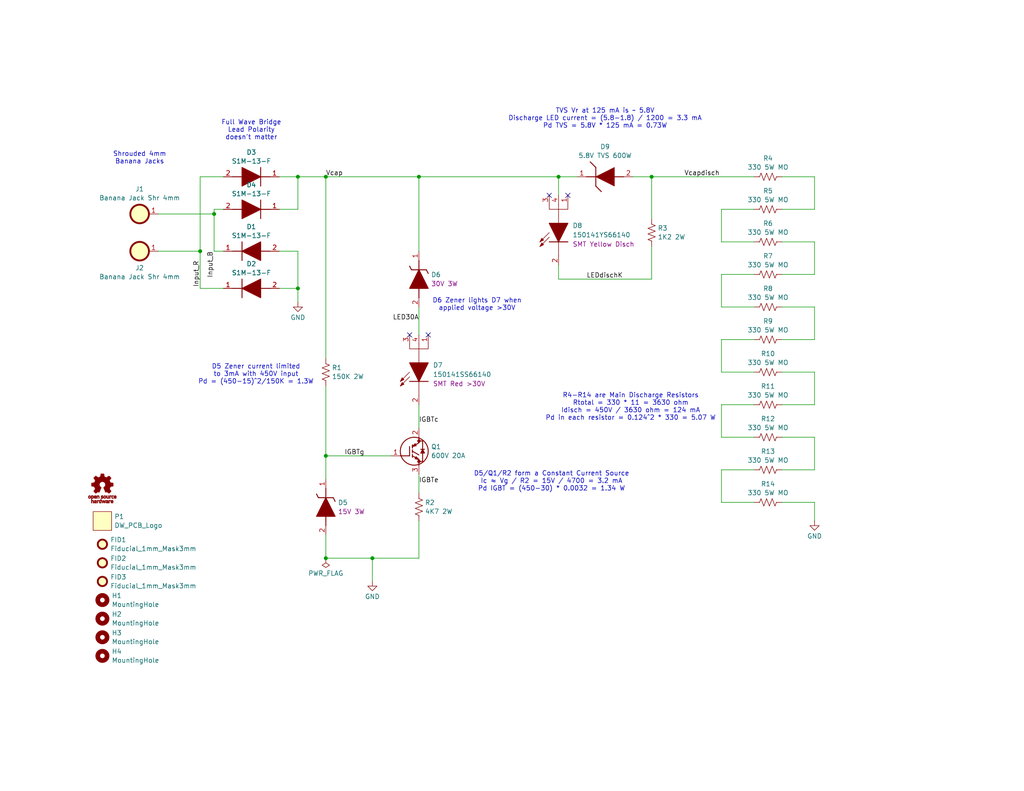
<source format=kicad_sch>
(kicad_sch (version 20231120) (generator "eeschema") (generator_version "8.0")
  (paper "USLetter")
  (title_block (title "1024 Capacitor Discharger") (date "2024-07-20") (rev "1") (company "Copyright © 2024 Dan Wilson") (comment 3 "1000uF Capacitor takes ~10 seconds to discharge from 450V to 30V") (comment 4 "Discharges Capacitors charged to up to 450V"))
  (lib_symbols
    (symbol "DW_Connectors:[J] CalTestElec CT3151SP-X" (pin_names (offset 0) hide)
      (property "Reference" "J" (at 0 6.35 0))
      (property "Value" "Banana Jack Shr 4mm" (at 0 3.81 0))
      (symbol "[J] CalTestElec CT3151SP-X_0_0"
        (pin passive line (at 5.08 0 180) (length 2.54) (name "") (number "1"))
      )
    )
    (symbol "DW_Mechanical:DW_PCB_Logo"
      (property "Reference" "P" (at 0 3.81 0))
      (property "Value" "DW_PCB_Logo" (at 0 -3.81 0))
    )
    (symbol "DW_Mechanical:Fiducial 1mm-3mm" (exclude_from_sim yes) (in_bom no)
      (property "Reference" "FID" (at 0 5.08 0))
      (property "Value" "Fiducial_1mm_Mask3mm" (at 0 3.175 0))
    )
    (symbol "DW_Mechanical:OSHW_Logo" (pin_names (offset 1.016)))
    (symbol "DW_Optoelectronics:[D] Wurth Elektronik 150141SS66140" (pin_names hide)
      (property "Reference" "D" (at 0 7.62 0))
      (property "Value" "150141SS66140" (at 0 5.08 0))
      (symbol "[D] Wurth Elektronik 150141SS66140_0_0"
        (pin passive line (at -10.16 2.54 0) (length 2.54) (name "A1") (number "1"))
        (pin passive line (at 8.89 0 180) (length 2.54) (name "K") (number "2"))
        (pin passive line (at -10.16 -2.54 0) (length 2.54) (name "A3") (number "3"))
        (pin passive line (at -10.16 0 0) (length 2.54) (name "A2") (number "4"))
      )
    )
    (symbol "DW_Optoelectronics:[D] Wurth Elektronik 150141YS66140" (pin_names hide)
      (property "Reference" "D" (at 0 7.62 0))
      (property "Value" "150141YS66140" (at 0 5.08 0))
      (symbol "[D] Wurth Elektronik 150141YS66140_0_0"
        (pin passive line (at -10.16 2.54 0) (length 2.54) (name "A1") (number "1"))
        (pin passive line (at 8.89 0 180) (length 2.54) (name "K") (number "2"))
        (pin passive line (at -10.16 -2.54 0) (length 2.54) (name "A3") (number "3"))
        (pin passive line (at -10.16 0 0) (length 2.54) (name "A2") (number "4"))
      )
    )
    (symbol "DW_Passives:[R] TE Connectivity MO Res 5W" (pin_numbers hide) (pin_names (offset 0))
      (property "Reference" "R" (at 4.064 5.08 0))
      (property "Value" "ROX5SSJ330R" (at 4.064 2.794 0))
      (symbol "[R] TE Connectivity MO Res 5W_1_1"
        (pin passive line (at 0 0 0) (length 1.27) (name "~") (number "1"))
        (pin passive line (at 7.62 0 180) (length 1.27) (name "~") (number "2"))
      )
    )
    (symbol "DW_Semiconductors:[D] Diodes Inc S1M-13-F" (pin_names hide)
      (property "Reference" "D" (at 6.35 7.62 0))
      (property "Value" "S1M-13-F" (at 2.54 5.08 0))
      (symbol "[D] Diodes Inc S1M-13-F_1_1"
        (pin passive line (at 0 0 0) (length 2.54) (name "K") (number "1"))
        (pin passive line (at 15.24 0 180) (length 2.54) (name "A") (number "2"))
      )
    )
    (symbol "DW_Semiconductors:[D] Nexperia TVS UniDir 8V Clamp" (pin_names hide)
      (property "Reference" "D" (at 6.35 8.89 0))
      (property "Value" "PTVS3V3P1UTP,115" (at -1.27 6.35 0))
      (symbol "[D] Nexperia TVS UniDir 8V Clamp_1_1"
        (pin passive line (at 0 0 0) (length 2.54) (name "K") (number "1"))
        (pin passive line (at 15.24 0 180) (length 2.54) (name "A") (number "2"))
      )
    )
    (symbol "DW_Semiconductors:[D] OnSemi Zener 1SMB5929BT3G 15V 3W" (pin_names hide)
      (property "Reference" "D" (at 6.096 7.874 0))
      (property "Value" "1SMB5929BT3G" (at 0 5.588 0))
      (symbol "[D] OnSemi Zener 1SMB5929BT3G 15V 3W_1_1"
        (pin passive line (at 0 0 0) (length 2.54) (name "K") (number "1"))
        (pin passive line (at 15.24 0 180) (length 2.54) (name "A") (number "2"))
      )
    )
    (symbol "DW_Semiconductors:[D] OnSemi Zener 1SMB5936BT3G 30V 3W" (pin_names hide)
      (property "Reference" "D" (at 6.604 7.874 0))
      (property "Value" "1SMB5936BT3G" (at 0.254 5.588 0))
      (symbol "[D] OnSemi Zener 1SMB5936BT3G 30V 3W_1_1"
        (pin passive line (at 0 0 0) (length 2.54) (name "K") (number "1"))
        (pin passive line (at 15.24 0 180) (length 2.54) (name "A") (number "2"))
      )
    )
    (symbol "DW_Semiconductors:[Q] Infineon IGBT IKP20N60T" (pin_names hide)
      (property "Reference" "Q" (at 11.43 2.54 0))
      (property "Value" "IKP20N60T" (at 11.43 0 0))
      (symbol "[Q] Infineon IGBT IKP20N60T_1_1"
        (pin passive line (at 0 0 0) (length 2.54) (name "G") (number "1"))
        (pin passive line (at 7.62 7.62 270) (length 2.54) (name "C") (number "2"))
        (pin passive line (at 7.62 -5.08 90) (length 2.54) (name "E") (number "3"))
      )
    )
    (symbol "Device:R_US" (pin_numbers hide) (pin_names (offset 0))
      (property "Reference" "R" (at 2.54 0 90))
      (property "Value" "R_US" (at -2.54 0 90))
      (symbol "R_US_1_1"
        (pin passive line (at 0 3.81 270) (length 1.27) (name "~") (number "1"))
        (pin passive line (at 0 -3.81 90) (length 1.27) (name "~") (number "2"))
      )
    )
    (symbol "Mechanical:MountingHole" (pin_names (offset 1.016)) (exclude_from_sim yes) (in_bom no)
      (property "Reference" "H" (at 0 5.08 0))
      (property "Value" "MountingHole" (at 0 3.175 0))
    )
    (symbol "power:GND" (power) (pin_numbers hide) (pin_names (offset 0) hide)
      (property "Value" "GND" (at 0 -3.81 0))
      (symbol "GND_1_1"
        (pin power_in line (at 0 0 270) (length 0) (name "~") (number "1"))
      )
    )
    (symbol "power:PWR_FLAG" (power) (pin_numbers hide) (pin_names (offset 0) hide)
      (property "Value" "PWR_FLAG" (at 0 3.81 0))
      (symbol "PWR_FLAG_0_0"
        (pin power_out line (at 0 0 90) (length 0) (name "~") (number "1"))
      )
    )
  )
  (junction (at 152.4 48.26))
  (junction (at 81.28 48.26))
  (junction (at 88.9 124.46))
  (junction (at 88.9 152.4))
  (junction (at 88.9 48.26))
  (junction (at 177.8 48.26))
  (junction (at 58.42 58.42))
  (junction (at 54.61 68.58))
  (junction (at 101.6 152.4))
  (junction (at 114.3 48.26))
  (junction (at 81.28 78.74))
  (no_connect (at 116.84 91.44))
  (no_connect (at 149.86 53.34))
  (no_connect (at 111.76 91.44))
  (no_connect (at 154.94 53.34))
  (wire (pts (xy 222.25 110.49) (xy 213.36 110.49)))
  (wire (pts (xy 196.85 137.16) (xy 205.74 137.16)))
  (wire (pts (xy 88.9 152.4) (xy 101.6 152.4)))
  (wire (pts (xy 213.36 66.04) (xy 222.25 66.04)))
  (wire (pts (xy 172.72 48.26) (xy 177.8 48.26)))
  (wire (pts (xy 196.85 57.15) (xy 196.85 66.04)))
  (wire (pts (xy 222.25 66.04) (xy 222.25 74.93)))
  (wire (pts (xy 43.18 58.42) (xy 58.42 58.42)))
  (wire (pts (xy 177.8 76.2) (xy 177.8 67.31)))
  (wire (pts (xy 58.42 57.15) (xy 58.42 58.42)))
  (wire (pts (xy 205.74 92.71) (xy 196.85 92.71)))
  (wire (pts (xy 196.85 119.38) (xy 205.74 119.38)))
  (wire (pts (xy 54.61 68.58) (xy 54.61 78.74)))
  (wire (pts (xy 222.25 128.27) (xy 213.36 128.27)))
  (wire (pts (xy 205.74 57.15) (xy 196.85 57.15)))
  (wire (pts (xy 152.4 48.26) (xy 157.48 48.26)))
  (wire (pts (xy 76.2 48.26) (xy 81.28 48.26)))
  (wire (pts (xy 205.74 128.27) (xy 196.85 128.27)))
  (wire (pts (xy 196.85 92.71) (xy 196.85 101.6)))
  (wire (pts (xy 196.85 83.82) (xy 205.74 83.82)))
  (wire (pts (xy 54.61 48.26) (xy 54.61 68.58)))
  (wire (pts (xy 58.42 68.58) (xy 60.96 68.58)))
  (wire (pts (xy 222.25 83.82) (xy 222.25 92.71)))
  (wire (pts (xy 88.9 124.46) (xy 88.9 130.81)))
  (wire (pts (xy 196.85 101.6) (xy 205.74 101.6)))
  (wire (pts (xy 54.61 78.74) (xy 60.96 78.74)))
  (wire (pts (xy 222.25 92.71) (xy 213.36 92.71)))
  (wire (pts (xy 43.18 68.58) (xy 54.61 68.58)))
  (wire (pts (xy 196.85 74.93) (xy 196.85 83.82)))
  (wire (pts (xy 177.8 48.26) (xy 177.8 59.69)))
  (wire (pts (xy 114.3 48.26) (xy 114.3 68.58)))
  (wire (pts (xy 222.25 101.6) (xy 222.25 110.49)))
  (wire (pts (xy 152.4 48.26) (xy 152.4 53.34)))
  (wire (pts (xy 222.25 57.15) (xy 213.36 57.15)))
  (wire (pts (xy 81.28 57.15) (xy 81.28 48.26)))
  (wire (pts (xy 205.74 74.93) (xy 196.85 74.93)))
  (wire (pts (xy 205.74 110.49) (xy 196.85 110.49)))
  (wire (pts (xy 213.36 101.6) (xy 222.25 101.6)))
  (wire (pts (xy 196.85 128.27) (xy 196.85 137.16)))
  (wire (pts (xy 81.28 68.58) (xy 81.28 78.74)))
  (wire (pts (xy 222.25 74.93) (xy 213.36 74.93)))
  (wire (pts (xy 213.36 137.16) (xy 222.25 137.16)))
  (wire (pts (xy 222.25 48.26) (xy 222.25 57.15)))
  (wire (pts (xy 58.42 58.42) (xy 58.42 68.58)))
  (wire (pts (xy 114.3 152.4) (xy 114.3 142.24)))
  (wire (pts (xy 88.9 146.05) (xy 88.9 152.4)))
  (wire (pts (xy 222.25 137.16) (xy 222.25 142.24)))
  (wire (pts (xy 88.9 105.41) (xy 88.9 124.46)))
  (wire (pts (xy 101.6 152.4) (xy 101.6 158.75)))
  (wire (pts (xy 81.28 78.74) (xy 76.2 78.74)))
  (wire (pts (xy 88.9 48.26) (xy 88.9 97.79)))
  (wire (pts (xy 101.6 152.4) (xy 114.3 152.4)))
  (wire (pts (xy 88.9 48.26) (xy 114.3 48.26)))
  (wire (pts (xy 60.96 57.15) (xy 58.42 57.15)))
  (wire (pts (xy 196.85 66.04) (xy 205.74 66.04)))
  (wire (pts (xy 114.3 110.49) (xy 114.3 116.84)))
  (wire (pts (xy 76.2 68.58) (xy 81.28 68.58)))
  (wire (pts (xy 81.28 78.74) (xy 81.28 82.55)))
  (wire (pts (xy 196.85 110.49) (xy 196.85 119.38)))
  (wire (pts (xy 81.28 48.26) (xy 88.9 48.26)))
  (wire (pts (xy 114.3 129.54) (xy 114.3 134.62)))
  (wire (pts (xy 213.36 119.38) (xy 222.25 119.38)))
  (wire (pts (xy 152.4 72.39) (xy 152.4 76.2)))
  (wire (pts (xy 152.4 76.2) (xy 177.8 76.2)))
  (wire (pts (xy 222.25 119.38) (xy 222.25 128.27)))
  (wire (pts (xy 88.9 124.46) (xy 106.68 124.46)))
  (wire (pts (xy 114.3 83.82) (xy 114.3 91.44)))
  (wire (pts (xy 213.36 83.82) (xy 222.25 83.82)))
  (wire (pts (xy 76.2 57.15) (xy 81.28 57.15)))
  (wire (pts (xy 213.36 48.26) (xy 222.25 48.26)))
  (wire (pts (xy 177.8 48.26) (xy 205.74 48.26)))
  (wire (pts (xy 114.3 48.26) (xy 152.4 48.26)))
  (wire (pts (xy 60.96 48.26) (xy 54.61 48.26)))
  (text "Full Wave Bridge\nLead Polarity\ndoesn't matter" (at 68.58 35.56 0) (effects (font (size 1.27 1.27))))
  (text "R4-R14 are Main Discharge Resistors\nRtotal = 330 * 11 = 3630 ohm\nIdisch = 450V / 3630 ohm = 124 mA\nPd in each resistor = 0.124^2 * 330 = 5.07 W" (at 172.085 111.125 0) (effects (font (size 1.27 1.27))))
  (text "TVS Vr at 125 mA is ~ 5.8V\nDischarge LED current = (5.8-1.8) / 1200 = 3.3 mA\nPd TVS = 5.8V * 125 mA = 0.73W" (at 165.1 32.385 0) (effects (font (size 1.27 1.27))))
  (text "D5/Q1/R2 form a Constant Current Source\nIc ≈ Vg / R2 = 15V / 4700 = 3.2 mA\nPd IGBT = (450-30) * 0.0032 = 1.34 W" (at 150.495 131.445 0) (effects (font (size 1.27 1.27))))
  (text "Shrouded 4mm\nBanana Jacks" (at 38.1 43.18 0) (effects (font (size 1.27 1.27))))
  (text "D6 Zener lights D7 when\napplied voltage >30V" (at 130.175 83.185 0) (effects (font (size 1.27 1.27))))
  (text "D5 Zener current limited\nto 3mA with 450V input\nPd = (450-15)^2/150K = 1.3W" (at 69.85 102.235 0) (effects (font (size 1.27 1.27))))
  (label "IGBTe" (at 114.3 132.08 0))
  (label "Input_B" (at 58.42 68.58 270))
  (label "IGBTc" (at 114.3 115.57 0))
  (label "Input_R" (at 54.61 71.12 270))
  (label "Vcapdisch" (at 186.69 48.26 0))
  (label "LEDdischK" (at 160.02 76.2 0))
  (label "Vcap" (at 88.9 48.26 0))
  (label "LED30A" (at 114.3 87.63 180))
  (label "IGBTg" (at 93.98 124.46 0))
  (symbol (lib_id "power:GND") (at 81.28 82.55 0) (unit 1)
    (property "Reference" "#PWR01" (effects (hide yes)))
    (property "Value" "GND" (at 81.28 86.6831 0))
    (property "Description" "Power symbol creates a global label with name \"GND\" , ground" (effects (hide yes)))
  )
  (symbol (lib_id "DW_Semiconductors:[D] Diodes Inc S1M-13-F") (at 60.96 68.58 0) (unit 1)
    (property "Reference" "D1" (at 68.58 61.8955 0))
    (property "Value" "S1M-13-F" (at 68.58 64.3198 0))
    (property "Footprint" "DW_Semiconductors:[D] Diodes Inc S1M-F" (effects (hide yes)))
    (property "Datasheet" "https://www.mouser.com/datasheet/2/115/DIOD_S_A0007810797_1-2542915.pdf" (effects (hide yes)))
    (property "Description" "Diode Standard 1A 1000V SMA Diodes Inc S1M-13-F, SMT Diode, 1000V 1A, 3us, 2-Pin DO-214AC" (effects (hide yes)))
    (property "Height" "2.4" (effects (hide yes)))
    (property "Mouser Part Number" "621-S1M-F" (effects (hide yes)))
    (property "Mouser Price/Stock" "https://www.mouser.com/ProductDetail/Diodes-Incorporated/S1M-13-F?qs=Ql%252B1sS8nYriQkfvrdt%252Befw%3D%3D" (effects (hide yes)))
    (property "Manufacturer_Name" "Diodes Incorporated" (effects (hide yes)))
    (property "Manufacturer_Part_Number" "S1M-13-F" (effects (hide yes)))
  )
  (symbol (lib_id "DW_Passives:[R] TE Connectivity MO Res 5W") (at 205.74 101.6 0) (unit 1)
    (property "Reference" "R10" (at 209.55 96.5665 0))
    (property "Value" "330 5W MO" (at 209.55 98.9908 0))
    (property "Footprint" "DW_Passives:[R] TE Connectivity MO Res 5W" (effects (hide yes)))
    (property "Datasheet" "https://www.mouser.com/datasheet/2/418/9/ENG_DS_1773271_J-1533579.pdf" (effects (hide yes)))
    (property "Description" "Metal Oxide Film Resistor, 5W, 750V" (effects (hide yes)))
    (property "Height" "12" (effects (hide yes)))
    (property "Manufacturer_Name" "TE Connectivity" (effects (hide yes)))
    (property "Manufacturer_Part_Number" "ROX5SSJ330R" (effects (hide yes)))
    (property "Mouser Part Number" "279-ROX5SSJ330R" (effects (hide yes)))
    (property "Mouser Price/Stock" "https://www.mouser.com/ProductDetail/TE-Connectivity-Holsworthy/ROX5SSJ330R?qs=gZXFycFWdAPeoyzsPxupwQ%3D%3D" (effects (hide yes)))
  )
  (symbol (lib_id "Mechanical:MountingHole") (at 27.94 168.91 0) (unit 1) (exclude_from_sim yes) (in_bom no)
    (property "Reference" "H2" (at 30.48 167.6978 0) (effects (justify left)))
    (property "Value" "MountingHole" (at 30.48 170.1221 0) (effects (justify left)))
    (property "Footprint" "MountingHole:MountingHole_3.2mm_M3" (effects (hide yes)))
    (property "Description" "Mounting Hole without connection" (effects (hide yes)))
  )
  (symbol (lib_id "DW_Semiconductors:[D] OnSemi Zener 1SMB5929BT3G 15V 3W") (at 88.9 130.81 270) (unit 1)
    (property "Reference" "D5" (at 92.202 137.2178 90) (effects (justify left)))
    (property "Value" "1SMB5929BT3G" (effects (hide yes)))
    (property "Footprint" "DW_Semiconductors:[D] OnSemi Zener DIOM5436X247N" (effects (hide yes)))
    (property "Datasheet" "https://www.mouser.com/datasheet/2/308/1SMB5913BT3_D-2309637.pdf" (effects (hide yes)))
    (property "Description" "15V 3W" (at 95.885 139.7 90))
    (property "Height" "2.47" (effects (hide yes)))
    (property "Mouser Part Number" "863-1SMB5929BT3G" (effects (hide yes)))
    (property "Mouser Price/Stock" "https://www.mouser.com/ProductDetail/onsemi/1SMB5929BT3G?qs=vLkC5FC1VN%2FFUr7OS2Q1Aw%3D%3D" (effects (hide yes)))
    (property "Manufacturer_Name" "onsemi" (effects (hide yes)))
    (property "Manufacturer_Part_Number" "1SMB5929BT3G" (effects (hide yes)))
  )
  (symbol (lib_id "DW_Passives:[R] TE Connectivity MO Res 5W") (at 205.74 137.16 0) (unit 1)
    (property "Reference" "R14" (at 209.55 132.1265 0))
    (property "Value" "330 5W MO" (at 209.55 134.5508 0))
    (property "Footprint" "DW_Passives:[R] TE Connectivity MO Res 5W" (effects (hide yes)))
    (property "Datasheet" "https://www.mouser.com/datasheet/2/418/9/ENG_DS_1773271_J-1533579.pdf" (effects (hide yes)))
    (property "Description" "Metal Oxide Film Resistor, 5W, 750V" (effects (hide yes)))
    (property "Height" "12" (effects (hide yes)))
    (property "Manufacturer_Name" "TE Connectivity" (effects (hide yes)))
    (property "Manufacturer_Part_Number" "ROX5SSJ330R" (effects (hide yes)))
    (property "Mouser Part Number" "279-ROX5SSJ330R" (effects (hide yes)))
    (property "Mouser Price/Stock" "https://www.mouser.com/ProductDetail/TE-Connectivity-Holsworthy/ROX5SSJ330R?qs=gZXFycFWdAPeoyzsPxupwQ%3D%3D" (effects (hide yes)))
  )
  (symbol (lib_id "DW_Semiconductors:[D] Nexperia TVS UniDir 8V Clamp") (at 157.48 48.26 0) (unit 1)
    (property "Reference" "D9" (at 165.1 40.0515 0))
    (property "Value" "5.8V TVS 600W" (at 165.1 42.4758 0))
    (property "Footprint" "DW_Semiconductors:[D] Nexperia TVS UniDir PMEG3050EP115" (effects (hide yes)))
    (property "Datasheet" "https://assets.nexperia.com/documents/data-sheet/PTVSXP1UTP_SER.pdf" (effects (hide yes)))
    (property "Description" "PTVSxP1UTP series - High-temperature 600 W Transient Voltage Suppressor 8V Clamp" (effects (hide yes)))
    (property "Height" "1" (effects (hide yes)))
    (property "Mouser Part Number" "771-PTVS3V3P1UTP,115" (effects (hide yes)))
    (property "Mouser Price/Stock" "https://www.mouser.com/ProductDetail/Nexperia/PTVS3V3P1UTP115?qs=zHGtguZFFhJcijDs1k8WAg%3D%3D" (effects (hide yes)))
    (property "Manufacturer_Name" "Nexperia" (effects (hide yes)))
    (property "Manufacturer_Part_Number" "PTVS3V3P1UTP,115" (effects (hide yes)))
  )
  (symbol (lib_id "Mechanical:MountingHole") (at 27.94 163.83 0) (unit 1) (exclude_from_sim yes) (in_bom no)
    (property "Reference" "H1" (at 30.48 162.6178 0) (effects (justify left)))
    (property "Value" "MountingHole" (at 30.48 165.0421 0) (effects (justify left)))
    (property "Footprint" "MountingHole:MountingHole_3.2mm_M3" (effects (hide yes)))
    (property "Description" "Mounting Hole without connection" (effects (hide yes)))
  )
  (symbol (lib_id "DW_Passives:[R] TE Connectivity MO Res 5W") (at 205.74 92.71 0) (unit 1)
    (property "Reference" "R9" (at 209.55 87.6765 0))
    (property "Value" "330 5W MO" (at 209.55 90.1008 0))
    (property "Footprint" "DW_Passives:[R] TE Connectivity MO Res 5W" (effects (hide yes)))
    (property "Datasheet" "https://www.mouser.com/datasheet/2/418/9/ENG_DS_1773271_J-1533579.pdf" (effects (hide yes)))
    (property "Description" "Metal Oxide Film Resistor, 5W, 750V" (effects (hide yes)))
    (property "Height" "12" (effects (hide yes)))
    (property "Manufacturer_Name" "TE Connectivity" (effects (hide yes)))
    (property "Manufacturer_Part_Number" "ROX5SSJ330R" (effects (hide yes)))
    (property "Mouser Part Number" "279-ROX5SSJ330R" (effects (hide yes)))
    (property "Mouser Price/Stock" "https://www.mouser.com/ProductDetail/TE-Connectivity-Holsworthy/ROX5SSJ330R?qs=gZXFycFWdAPeoyzsPxupwQ%3D%3D" (effects (hide yes)))
  )
  (symbol (lib_id "DW_Mechanical:DW_PCB_Logo") (at 27.94 142.24 0) (unit 1) (in_bom no)
    (property "Reference" "P1" (at 31.1912 141.0278 0) (effects (justify left)))
    (property "Value" "DW_PCB_Logo" (at 31.1912 143.4521 0) (effects (justify left)))
    (property "Footprint" "DW_Mechanical:DW_PCB_Logo" (effects (hide yes)))
  )
  (symbol (lib_id "DW_Semiconductors:[D] Diodes Inc S1M-13-F") (at 60.96 78.74 0) (unit 1)
    (property "Reference" "D2" (at 68.58 72.0555 0))
    (property "Value" "S1M-13-F" (at 68.58 74.4798 0))
    (property "Footprint" "DW_Semiconductors:[D] Diodes Inc S1M-F" (effects (hide yes)))
    (property "Datasheet" "https://www.mouser.com/datasheet/2/115/DIOD_S_A0007810797_1-2542915.pdf" (effects (hide yes)))
    (property "Description" "Diode Standard 1A 1000V SMA Diodes Inc S1M-13-F, SMT Diode, 1000V 1A, 3us, 2-Pin DO-214AC" (effects (hide yes)))
    (property "Height" "2.4" (effects (hide yes)))
    (property "Mouser Part Number" "621-S1M-F" (effects (hide yes)))
    (property "Mouser Price/Stock" "https://www.mouser.com/ProductDetail/Diodes-Incorporated/S1M-13-F?qs=Ql%252B1sS8nYriQkfvrdt%252Befw%3D%3D" (effects (hide yes)))
    (property "Manufacturer_Name" "Diodes Incorporated" (effects (hide yes)))
    (property "Manufacturer_Part_Number" "S1M-13-F" (effects (hide yes)))
  )
  (symbol (lib_id "power:GND") (at 222.25 142.24 0) (unit 1)
    (property "Reference" "#PWR03" (effects (hide yes)))
    (property "Value" "GND" (at 222.25 146.3731 0))
    (property "Description" "Power symbol creates a global label with name \"GND\" , ground" (effects (hide yes)))
  )
  (symbol (lib_id "DW_Passives:[R] TE Connectivity MO Res 5W") (at 205.74 128.27 0) (unit 1)
    (property "Reference" "R13" (at 209.55 123.2365 0))
    (property "Value" "330 5W MO" (at 209.55 125.6608 0))
    (property "Footprint" "DW_Passives:[R] TE Connectivity MO Res 5W" (effects (hide yes)))
    (property "Datasheet" "https://www.mouser.com/datasheet/2/418/9/ENG_DS_1773271_J-1533579.pdf" (effects (hide yes)))
    (property "Description" "Metal Oxide Film Resistor, 5W, 750V" (effects (hide yes)))
    (property "Height" "12" (effects (hide yes)))
    (property "Manufacturer_Name" "TE Connectivity" (effects (hide yes)))
    (property "Manufacturer_Part_Number" "ROX5SSJ330R" (effects (hide yes)))
    (property "Mouser Part Number" "279-ROX5SSJ330R" (effects (hide yes)))
    (property "Mouser Price/Stock" "https://www.mouser.com/ProductDetail/TE-Connectivity-Holsworthy/ROX5SSJ330R?qs=gZXFycFWdAPeoyzsPxupwQ%3D%3D" (effects (hide yes)))
  )
  (symbol (lib_id "DW_Passives:[R] TE Connectivity MO Res 5W") (at 205.74 74.93 0) (unit 1)
    (property "Reference" "R7" (at 209.55 69.8965 0))
    (property "Value" "330 5W MO" (at 209.55 72.3208 0))
    (property "Footprint" "DW_Passives:[R] TE Connectivity MO Res 5W" (effects (hide yes)))
    (property "Datasheet" "https://www.mouser.com/datasheet/2/418/9/ENG_DS_1773271_J-1533579.pdf" (effects (hide yes)))
    (property "Description" "Metal Oxide Film Resistor, 5W, 750V" (effects (hide yes)))
    (property "Height" "12" (effects (hide yes)))
    (property "Manufacturer_Name" "TE Connectivity" (effects (hide yes)))
    (property "Manufacturer_Part_Number" "ROX5SSJ330R" (effects (hide yes)))
    (property "Mouser Part Number" "279-ROX5SSJ330R" (effects (hide yes)))
    (property "Mouser Price/Stock" "https://www.mouser.com/ProductDetail/TE-Connectivity-Holsworthy/ROX5SSJ330R?qs=gZXFycFWdAPeoyzsPxupwQ%3D%3D" (effects (hide yes)))
  )
  (symbol (lib_id "power:PWR_FLAG") (at 88.9 152.4 180) (unit 1)
    (property "Reference" "#FLG01" (effects (hide yes)))
    (property "Value" "PWR_FLAG" (at 88.9 156.5331 0))
    (property "Description" "Special symbol for telling ERC where power comes from" (effects (hide yes)))
  )
  (symbol (lib_id "DW_Semiconductors:[D] OnSemi Zener 1SMB5936BT3G 30V 3W") (at 114.3 68.58 270) (unit 1)
    (property "Reference" "D6" (at 117.602 74.9878 90) (effects (justify left)))
    (property "Value" "1SMB5936BT3G" (effects (hide yes)))
    (property "Footprint" "DW_Semiconductors:[D] OnSemi Zener DIOM5436X247N" (effects (hide yes)))
    (property "Datasheet" "https://www.mouser.com/datasheet/2/308/1SMB5913BT3_D-2309637.pdf" (effects (hide yes)))
    (property "Description" "30V 3W" (at 121.285 77.47 90))
    (property "Height" "2.47" (effects (hide yes)))
    (property "Mouser Part Number" "863-1SMB5936BT3G" (effects (hide yes)))
    (property "Mouser Price/Stock" "https://www.mouser.com/ProductDetail/onsemi/1SMB5936BT3G?qs=vLkC5FC1VN%252BcVJc0CAOIaw%3D%3D" (effects (hide yes)))
    (property "Manufacturer_Name" "onsemi" (effects (hide yes)))
    (property "Manufacturer_Part_Number" "1SMB5936BT3G" (effects (hide yes)))
  )
  (symbol (lib_id "DW_Mechanical:Fiducial 1mm-3mm") (at 27.94 148.59 0) (unit 1) (exclude_from_sim yes) (in_bom no)
    (property "Reference" "FID1" (at 30.099 147.3778 0) (effects (justify left)))
    (property "Value" "Fiducial_1mm_Mask3mm" (at 30.099 149.8021 0) (effects (justify left)))
    (property "Footprint" "DW_Mechanical:Fiducial_1mm_Mask3mm" (effects (hide yes)))
    (property "Description" "Fiducial Marker" (effects (hide yes)))
  )
  (symbol (lib_id "DW_Passives:[R] TE Connectivity MO Res 5W") (at 205.74 83.82 0) (unit 1)
    (property "Reference" "R8" (at 209.55 78.7865 0))
    (property "Value" "330 5W MO" (at 209.55 81.2108 0))
    (property "Footprint" "DW_Passives:[R] TE Connectivity MO Res 5W" (effects (hide yes)))
    (property "Datasheet" "https://www.mouser.com/datasheet/2/418/9/ENG_DS_1773271_J-1533579.pdf" (effects (hide yes)))
    (property "Description" "Metal Oxide Film Resistor, 5W, 750V" (effects (hide yes)))
    (property "Height" "12" (effects (hide yes)))
    (property "Manufacturer_Name" "TE Connectivity" (effects (hide yes)))
    (property "Manufacturer_Part_Number" "ROX5SSJ330R" (effects (hide yes)))
    (property "Mouser Part Number" "279-ROX5SSJ330R" (effects (hide yes)))
    (property "Mouser Price/Stock" "https://www.mouser.com/ProductDetail/TE-Connectivity-Holsworthy/ROX5SSJ330R?qs=gZXFycFWdAPeoyzsPxupwQ%3D%3D" (effects (hide yes)))
  )
  (symbol (lib_id "DW_Passives:[R] TE Connectivity MO Res 5W") (at 205.74 48.26 0) (unit 1)
    (property "Reference" "R4" (at 209.55 43.2265 0))
    (property "Value" "330 5W MO" (at 209.55 45.6508 0))
    (property "Footprint" "DW_Passives:[R] TE Connectivity MO Res 5W" (effects (hide yes)))
    (property "Datasheet" "https://www.mouser.com/datasheet/2/418/9/ENG_DS_1773271_J-1533579.pdf" (effects (hide yes)))
    (property "Description" "Metal Oxide Film Resistor, 5W, 750V" (effects (hide yes)))
    (property "Height" "12" (effects (hide yes)))
    (property "Manufacturer_Name" "TE Connectivity" (effects (hide yes)))
    (property "Manufacturer_Part_Number" "ROX5SSJ330R" (effects (hide yes)))
    (property "Mouser Part Number" "279-ROX5SSJ330R" (effects (hide yes)))
    (property "Mouser Price/Stock" "https://www.mouser.com/ProductDetail/TE-Connectivity-Holsworthy/ROX5SSJ330R?qs=gZXFycFWdAPeoyzsPxupwQ%3D%3D" (effects (hide yes)))
  )
  (symbol (lib_id "Mechanical:MountingHole") (at 27.94 179.07 0) (unit 1) (exclude_from_sim yes) (in_bom no)
    (property "Reference" "H4" (at 30.48 177.8578 0) (effects (justify left)))
    (property "Value" "MountingHole" (at 30.48 180.2821 0) (effects (justify left)))
    (property "Footprint" "MountingHole:MountingHole_3.2mm_M3" (effects (hide yes)))
    (property "Description" "Mounting Hole without connection" (effects (hide yes)))
  )
  (symbol (lib_id "DW_Optoelectronics:[D] Wurth Elektronik 150141SS66140") (at 114.3 101.6 270) (unit 1)
    (property "Reference" "D7" (at 118.11 99.695 90) (effects (justify left)))
    (property "Value" "150141SS66140" (at 118.11 102.235 90) (effects (justify left)))
    (property "Footprint" "DW_Optoelectronics:[D] Wurth Elektronik 150141SS66140" (effects (hide yes)))
    (property "Datasheet" "https://www.we-online.com/components/products/datasheet/150141SS66140.pdf" (effects (hide yes)))
    (property "Description" "SMT Red >30V" (at 118.11 104.775 90) (effects (justify left)))
    (property "Height" "3.27" (effects (hide yes)))
    (property "Mouser Part Number" "710-150141SS66140" (effects (hide yes)))
    (property "Mouser Price/Stock" "https://www.mouser.com/ProductDetail/Wurth-Elektronik/150141SS66140?qs=sGAEpiMZZMvyj6n1w4pZD%252Biw9X6akBOMWRupCzTppxdFBYZzMjm33g%3D%3D" (effects (hide yes)))
    (property "Manufacturer_Name" "Wurth Elektronik" (effects (hide yes)))
    (property "Manufacturer_Part_Number" "150141SS66140" (effects (hide yes)))
  )
  (symbol (lib_id "Mechanical:MountingHole") (at 27.94 173.99 0) (unit 1) (exclude_from_sim yes) (in_bom no)
    (property "Reference" "H3" (at 30.48 172.7778 0) (effects (justify left)))
    (property "Value" "MountingHole" (at 30.48 175.2021 0) (effects (justify left)))
    (property "Footprint" "MountingHole:MountingHole_3.2mm_M3" (effects (hide yes)))
    (property "Description" "Mounting Hole without connection" (effects (hide yes)))
  )
  (symbol (lib_id "DW_Semiconductors:[Q] Infineon IGBT IKP20N60T") (at 106.68 124.46 0) (unit 1)
    (property "Reference" "Q1" (at 117.602 121.9778 0) (effects (justify left)))
    (property "Value" "600V 20A" (at 117.602 124.4021 0) (effects (justify left)))
    (property "Footprint" "DW_Semiconductors:[Q] Infineon IKP20N60T IGBT with ATS-PCB1069 Heat Sink" (effects (hide yes)))
    (property "Datasheet" "https://www.mouser.com/datasheet/2/196/Infineon_IKP20N60T_DS_v02_08_EN-1226893.pdf" (effects (hide yes)))
    (property "Description" "Infineon IKP20N60T, IGBT Transistor, 20 A 600 V, TO-220-3" (effects (hide yes)))
    (property "Height" "4.6" (effects (hide yes)))
    (property "Mouser Part Number" "726-IKP20N60T" (effects (hide yes)))
    (property "Mouser Price/Stock" "https://www.mouser.com/ProductDetail/Infineon-Technologies/IKP20N60T?qs=MGskQgfwDzvyssErInthQw%3D%3D" (effects (hide yes)))
    (property "Manufacturer_Name" "Infineon" (effects (hide yes)))
    (property "Manufacturer_Part_Number" "IKP20N60T" (effects (hide yes)))
  )
  (symbol (lib_id "DW_Mechanical:Fiducial 1mm-3mm") (at 27.94 158.75 0) (unit 1) (exclude_from_sim yes) (in_bom no)
    (property "Reference" "FID3" (at 30.099 157.5378 0) (effects (justify left)))
    (property "Value" "Fiducial_1mm_Mask3mm" (at 30.099 159.9621 0) (effects (justify left)))
    (property "Footprint" "DW_Mechanical:Fiducial_1mm_Mask3mm" (effects (hide yes)))
    (property "Description" "Fiducial Marker" (effects (hide yes)))
  )
  (symbol (lib_id "Device:R_US") (at 114.3 138.43 0) (unit 1)
    (property "Reference" "R2" (at 115.951 137.2178 0) (effects (justify left)))
    (property "Value" "4K7 2W" (at 115.951 139.6421 0) (effects (justify left)))
    (property "Footprint" "Resistor_SMD:R_2512_6332Metric" (effects (hide yes)))
    (property "Datasheet" "https://www.mouser.com/datasheet/2/418/9/ENG_DS_9_1773463_9_B-3355381.pdf" (effects (hide yes)))
    (property "Description" "Resistor SMD 2512 4K7 2W 500V" (effects (hide yes)))
    (property "Height" "0.65" (effects (hide yes)))
    (property "Manufacturer_Name" "TE Connectivity" (effects (hide yes)))
    (property "Manufacturer_Part_Number" "CRGP2512F4K7" (effects (hide yes)))
    (property "Mouser Part Number" "279-CRGP2512F4K7" (effects (hide yes)))
    (property "Mouser Price/Stock" "https://www.mouser.com/ProductDetail/TE-Connectivity-Holsworthy/CRGP2512F4K7?qs=wUXugUrL1qyjkhd5xm375g%3D%3D" (effects (hide yes)))
  )
  (symbol (lib_id "DW_Optoelectronics:[D] Wurth Elektronik 150141YS66140") (at 152.4 63.5 270) (unit 1)
    (property "Reference" "D8" (at 156.21 61.595 90) (effects (justify left)))
    (property "Value" "150141YS66140" (at 156.21 64.135 90) (effects (justify left)))
    (property "Footprint" "DW_Optoelectronics:[D] Wurth Elektronik 150141SS66140" (effects (hide yes)))
    (property "Datasheet" "https://www.we-online.com/components/products/datasheet/150141YS66140.pdf" (effects (hide yes)))
    (property "Description" "SMT Yellow Disch" (at 156.21 66.675 90) (effects (justify left)))
    (property "Height" "3.27" (effects (hide yes)))
    (property "Mouser Part Number" "710-150141YS66140" (effects (hide yes)))
    (property "Mouser Price/Stock" "https://www.mouser.com/ProductDetail/Wurth-Elektronik/150141YS66140?qs=sGAEpiMZZMvyj6n1w4pZD%252Biw9X6akBOMLHm8lhbpUJeEOAF3OuES5w%3D%3D" (effects (hide yes)))
    (property "Manufacturer_Name" "Wurth Elektronik" (effects (hide yes)))
    (property "Manufacturer_Part_Number" "150141YS66140" (effects (hide yes)))
  )
  (symbol (lib_id "DW_Mechanical:OSHW_Logo") (at 27.94 133.35 0) (unit 1) (in_bom no)
    (property "Reference" "G1" (effects (hide yes)))
    (property "Value" "OSHW_Logo" (effects (hide yes)))
    (property "Footprint" "DW_Mechanical:OSHW_Logo" (effects (hide yes)))
    (property "Description" "Open Source Hardware Logo 8 mm" (effects (hide yes)))
  )
  (symbol (lib_id "DW_Passives:[R] TE Connectivity MO Res 5W") (at 205.74 57.15 0) (unit 1)
    (property "Reference" "R5" (at 209.55 52.1165 0))
    (property "Value" "330 5W MO" (at 209.55 54.5408 0))
    (property "Footprint" "DW_Passives:[R] TE Connectivity MO Res 5W" (effects (hide yes)))
    (property "Datasheet" "https://www.mouser.com/datasheet/2/418/9/ENG_DS_1773271_J-1533579.pdf" (effects (hide yes)))
    (property "Description" "Metal Oxide Film Resistor, 5W, 750V" (effects (hide yes)))
    (property "Height" "12" (effects (hide yes)))
    (property "Manufacturer_Name" "TE Connectivity" (effects (hide yes)))
    (property "Manufacturer_Part_Number" "ROX5SSJ330R" (effects (hide yes)))
    (property "Mouser Part Number" "279-ROX5SSJ330R" (effects (hide yes)))
    (property "Mouser Price/Stock" "https://www.mouser.com/ProductDetail/TE-Connectivity-Holsworthy/ROX5SSJ330R?qs=gZXFycFWdAPeoyzsPxupwQ%3D%3D" (effects (hide yes)))
  )
  (symbol (lib_id "DW_Connectors:[J] CalTestElec CT3151SP-X") (at 38.1 58.42 0) (unit 1)
    (property "Reference" "J1" (at 38.1 51.6085 0))
    (property "Value" "Banana Jack Shr 4mm" (at 38.1 54.0328 0))
    (property "Footprint" "DW_Connectors:[J] CalTestElec CT3151SP-X" (effects (hide yes)))
    (property "Datasheet" "https://www.mouser.com/datasheet/2/701/P315100_rJ_2c_4mm_Sheathed_Jack_2c_H_V_PCB-3049282.pdf" (effects (hide yes)))
    (property "Description" "4mm Sheath Banana Jacks (Sockets), PCB Mount" (effects (hide yes)))
    (property "Height" "13.1" (effects (hide yes)))
    (property "Manufacturer_Name" "Cal Test Electronics" (effects (hide yes)))
    (property "Manufacturer_Part_Number" "CT3151SP-X" (effects (hide yes)))
    (property "Mouser Part Number" "510-CT3151SP-4" (effects (hide yes)))
    (property "Mouser Price/Stock" "https://www.mouser.com/ProductDetail/Cal-Test/CT3151SP-4?qs=vgjKjNJexTiUhiQE6j1VnQ%3D%3D" (effects (hide yes)))
  )
  (symbol (lib_id "power:GND") (at 101.6 158.75 0) (unit 1)
    (property "Reference" "#PWR02" (effects (hide yes)))
    (property "Value" "GND" (at 101.6 162.8831 0))
    (property "Description" "Power symbol creates a global label with name \"GND\" , ground" (effects (hide yes)))
  )
  (symbol (lib_id "DW_Passives:[R] TE Connectivity MO Res 5W") (at 205.74 66.04 0) (unit 1)
    (property "Reference" "R6" (at 209.55 61.0065 0))
    (property "Value" "330 5W MO" (at 209.55 63.4308 0))
    (property "Footprint" "DW_Passives:[R] TE Connectivity MO Res 5W" (effects (hide yes)))
    (property "Datasheet" "https://www.mouser.com/datasheet/2/418/9/ENG_DS_1773271_J-1533579.pdf" (effects (hide yes)))
    (property "Description" "Metal Oxide Film Resistor, 5W, 750V" (effects (hide yes)))
    (property "Height" "12" (effects (hide yes)))
    (property "Manufacturer_Name" "TE Connectivity" (effects (hide yes)))
    (property "Manufacturer_Part_Number" "ROX5SSJ330R" (effects (hide yes)))
    (property "Mouser Part Number" "279-ROX5SSJ330R" (effects (hide yes)))
    (property "Mouser Price/Stock" "https://www.mouser.com/ProductDetail/TE-Connectivity-Holsworthy/ROX5SSJ330R?qs=gZXFycFWdAPeoyzsPxupwQ%3D%3D" (effects (hide yes)))
  )
  (symbol (lib_id "DW_Semiconductors:[D] Diodes Inc S1M-13-F") (at 76.2 57.15 180) (unit 1)
    (property "Reference" "D4" (at 68.58 50.4655 0))
    (property "Value" "S1M-13-F" (at 68.58 52.8898 0))
    (property "Footprint" "DW_Semiconductors:[D] Diodes Inc S1M-F" (effects (hide yes)))
    (property "Datasheet" "https://www.mouser.com/datasheet/2/115/DIOD_S_A0007810797_1-2542915.pdf" (effects (hide yes)))
    (property "Description" "Diode Standard 1A 1000V SMA Diodes Inc S1M-13-F, SMT Diode, 1000V 1A, 3us, 2-Pin DO-214AC" (effects (hide yes)))
    (property "Height" "2.4" (effects (hide yes)))
    (property "Mouser Part Number" "621-S1M-F" (effects (hide yes)))
    (property "Mouser Price/Stock" "https://www.mouser.com/ProductDetail/Diodes-Incorporated/S1M-13-F?qs=Ql%252B1sS8nYriQkfvrdt%252Befw%3D%3D" (effects (hide yes)))
    (property "Manufacturer_Name" "Diodes Incorporated" (effects (hide yes)))
    (property "Manufacturer_Part_Number" "S1M-13-F" (effects (hide yes)))
  )
  (symbol (lib_id "DW_Mechanical:Fiducial 1mm-3mm") (at 27.94 153.67 0) (unit 1) (exclude_from_sim yes) (in_bom no)
    (property "Reference" "FID2" (at 30.099 152.4578 0) (effects (justify left)))
    (property "Value" "Fiducial_1mm_Mask3mm" (at 30.099 154.8821 0) (effects (justify left)))
    (property "Footprint" "DW_Mechanical:Fiducial_1mm_Mask3mm" (effects (hide yes)))
    (property "Description" "Fiducial Marker" (effects (hide yes)))
  )
  (symbol (lib_id "Device:R_US") (at 177.8 63.5 0) (unit 1)
    (property "Reference" "R3" (at 179.451 62.2878 0) (effects (justify left)))
    (property "Value" "1K2 2W" (at 179.451 64.7121 0) (effects (justify left)))
    (property "Footprint" "Resistor_SMD:R_2512_6332Metric" (effects (hide yes)))
    (property "Datasheet" "https://www.mouser.com/datasheet/2/418/9/ENG_DS_9_1773463_9_B-3355381.pdf" (effects (hide yes)))
    (property "Description" "Resistor SMD 2512 1K2 2W 500V" (effects (hide yes)))
    (property "Height" "0.65" (effects (hide yes)))
    (property "Manufacturer_Name" "TE Connectivity" (effects (hide yes)))
    (property "Manufacturer_Part_Number" "CRGP2512F1K2" (effects (hide yes)))
    (property "Mouser Part Number" "279-CRGP2512F1K2" (effects (hide yes)))
    (property "Mouser Price/Stock" "https://www.mouser.com/ProductDetail/TE-Connectivity-Holsworthy/CRGP2512F1K2?qs=wUXugUrL1qxu8QkZf2oZow%3D%3D" (effects (hide yes)))
  )
  (symbol (lib_id "DW_Passives:[R] TE Connectivity MO Res 5W") (at 205.74 110.49 0) (unit 1)
    (property "Reference" "R11" (at 209.55 105.4565 0))
    (property "Value" "330 5W MO" (at 209.55 107.8808 0))
    (property "Footprint" "DW_Passives:[R] TE Connectivity MO Res 5W" (effects (hide yes)))
    (property "Datasheet" "https://www.mouser.com/datasheet/2/418/9/ENG_DS_1773271_J-1533579.pdf" (effects (hide yes)))
    (property "Description" "Metal Oxide Film Resistor, 5W, 750V" (effects (hide yes)))
    (property "Height" "12" (effects (hide yes)))
    (property "Manufacturer_Name" "TE Connectivity" (effects (hide yes)))
    (property "Manufacturer_Part_Number" "ROX5SSJ330R" (effects (hide yes)))
    (property "Mouser Part Number" "279-ROX5SSJ330R" (effects (hide yes)))
    (property "Mouser Price/Stock" "https://www.mouser.com/ProductDetail/TE-Connectivity-Holsworthy/ROX5SSJ330R?qs=gZXFycFWdAPeoyzsPxupwQ%3D%3D" (effects (hide yes)))
  )
  (symbol (lib_id "DW_Semiconductors:[D] Diodes Inc S1M-13-F") (at 76.2 48.26 180) (unit 1)
    (property "Reference" "D3" (at 68.58 41.5755 0))
    (property "Value" "S1M-13-F" (at 68.58 43.9998 0))
    (property "Footprint" "DW_Semiconductors:[D] Diodes Inc S1M-F" (effects (hide yes)))
    (property "Datasheet" "https://www.mouser.com/datasheet/2/115/DIOD_S_A0007810797_1-2542915.pdf" (effects (hide yes)))
    (property "Description" "Diode Standard 1A 1000V SMA Diodes Inc S1M-13-F, SMT Diode, 1000V 1A, 3us, 2-Pin DO-214AC" (effects (hide yes)))
    (property "Height" "2.4" (effects (hide yes)))
    (property "Mouser Part Number" "621-S1M-F" (effects (hide yes)))
    (property "Mouser Price/Stock" "https://www.mouser.com/ProductDetail/Diodes-Incorporated/S1M-13-F?qs=Ql%252B1sS8nYriQkfvrdt%252Befw%3D%3D" (effects (hide yes)))
    (property "Manufacturer_Name" "Diodes Incorporated" (effects (hide yes)))
    (property "Manufacturer_Part_Number" "S1M-13-F" (effects (hide yes)))
  )
  (symbol (lib_id "DW_Connectors:[J] CalTestElec CT3151SP-X") (at 38.1 68.58 0) (unit 1)
    (property "Reference" "J2" (at 38.1 73.1407 0))
    (property "Value" "Banana Jack Shr 4mm" (at 38.1 75.565 0))
    (property "Footprint" "DW_Connectors:[J] CalTestElec CT3151SP-X" (effects (hide yes)))
    (property "Datasheet" "https://www.mouser.com/datasheet/2/701/P315100_rJ_2c_4mm_Sheathed_Jack_2c_H_V_PCB-3049282.pdf" (effects (hide yes)))
    (property "Description" "4mm Sheath Banana Jacks (Sockets), PCB Mount" (effects (hide yes)))
    (property "Height" "13.1" (effects (hide yes)))
    (property "Manufacturer_Name" "Cal Test Electronics" (effects (hide yes)))
    (property "Manufacturer_Part_Number" "CT3151SP-X" (effects (hide yes)))
    (property "Mouser Part Number" "510-CT3151SP-4" (effects (hide yes)))
    (property "Mouser Price/Stock" "https://www.mouser.com/ProductDetail/Cal-Test/CT3151SP-4?qs=vgjKjNJexTiUhiQE6j1VnQ%3D%3D" (effects (hide yes)))
  )
  (symbol (lib_id "DW_Passives:[R] TE Connectivity MO Res 5W") (at 205.74 119.38 0) (unit 1)
    (property "Reference" "R12" (at 209.55 114.3465 0))
    (property "Value" "330 5W MO" (at 209.55 116.7708 0))
    (property "Footprint" "DW_Passives:[R] TE Connectivity MO Res 5W" (effects (hide yes)))
    (property "Datasheet" "https://www.mouser.com/datasheet/2/418/9/ENG_DS_1773271_J-1533579.pdf" (effects (hide yes)))
    (property "Description" "Metal Oxide Film Resistor, 5W, 750V" (effects (hide yes)))
    (property "Height" "12" (effects (hide yes)))
    (property "Manufacturer_Name" "TE Connectivity" (effects (hide yes)))
    (property "Manufacturer_Part_Number" "ROX5SSJ330R" (effects (hide yes)))
    (property "Mouser Part Number" "279-ROX5SSJ330R" (effects (hide yes)))
    (property "Mouser Price/Stock" "https://www.mouser.com/ProductDetail/TE-Connectivity-Holsworthy/ROX5SSJ330R?qs=gZXFycFWdAPeoyzsPxupwQ%3D%3D" (effects (hide yes)))
  )
  (symbol (lib_id "Device:R_US") (at 88.9 101.6 0) (unit 1)
    (property "Reference" "R1" (at 90.551 100.3878 0) (effects (justify left)))
    (property "Value" "150K 2W" (at 90.551 102.8121 0) (effects (justify left)))
    (property "Footprint" "Resistor_SMD:R_2512_6332Metric" (effects (hide yes)))
    (property "Datasheet" "https://www.mouser.com/datasheet/2/418/9/ENG_DS_9_1773463_9_B-3355381.pdf" (effects (hide yes)))
    (property "Description" "Resistor SMD 2512 150K 2W 500V" (effects (hide yes)))
    (property "Height" "0.65" (effects (hide yes)))
    (property "Manufacturer_Name" "TE Connectivity" (effects (hide yes)))
    (property "Manufacturer_Part_Number" "CRGP2512F150K" (effects (hide yes)))
    (property "Mouser Part Number" "279-CRGP2512F150K" (effects (hide yes)))
    (property "Mouser Price/Stock" "https://www.mouser.com/ProductDetail/TE-Connectivity-Holsworthy/CRGP2512F150K?qs=wUXugUrL1qyVym0XbWLrww%3D%3D" (effects (hide yes)))
  )
)
</source>
